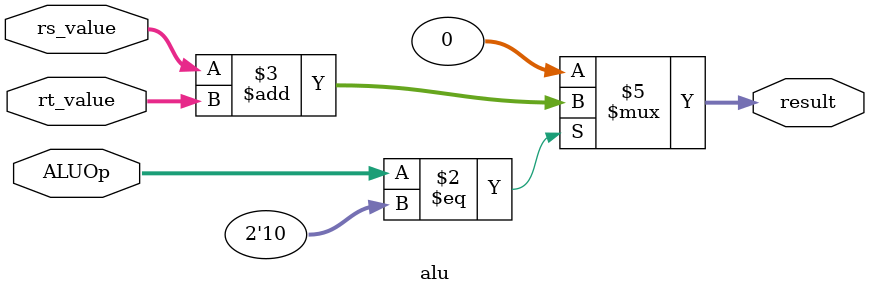
<source format=v>
module alu(rs_value, rt_value, ALUOp, result);
    input[31:0] rs_value, rt_value;
    input[1:0] ALUOp; 
    output reg[31:0] result;
    
    // If ALUOp is 2'b10, then result is the rs_value and rt_value added
    // Else result is zero
    always @(rs_value, rt_value) begin
        if (ALUOp == 2'b10) begin
            result = rs_value + rt_value;

            $display("RS_VAL :: %d", rs_value);
            $display("RT_VAL :: %d", rt_value);
            $display("RESULT :: %d\n", result);
        end
        else begin
            result = 32'b00000000000000000000000000000000;
        end
    end 
endmodule 

</source>
